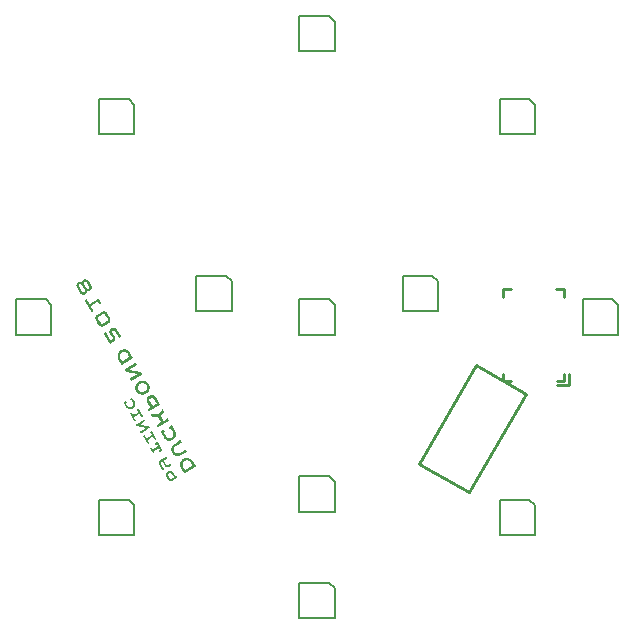
<source format=gbo>
%FSTAX23Y23*%
%MOMM*%
%SFA1B1*%

%IPPOS*%
%ADD54C,0.150000*%
%ADD57C,0.253999*%
%LNledpendantpcb-1*%
%LPD*%
G36*
X-11571Y-10463D02*
X-11562Y-10467D01*
X-11557Y-10473*
X-1155Y-10479*
X-11547Y-10483*
X-11546Y-10484*
Y-10485*
X-11479Y-10601*
X-11478Y-1061*
X-11479Y-10618*
Y-10625*
X-1148Y-10631*
X-11483Y-10642*
X-11486Y-10651*
X-1149Y-10656*
X-11493Y-1066*
X-11495Y-10662*
X-11496Y-10663*
X-11946Y-10923*
X-1197Y-10937*
X-11992Y-10954*
X-12011Y-10971*
X-1203Y-10989*
X-12046Y-11007*
X-1206Y-11025*
X-12074Y-11042*
X-12084Y-11059*
X-12094Y-11075*
X-12102Y-11091*
X-12109Y-11104*
X-12114Y-11116*
X-12118Y-11126*
X-12122Y-11133*
X-12123Y-11138*
Y-11139*
X-12131Y-11165*
X-12135Y-11191*
X-12137Y-11215*
X-12138Y-11239*
X-12137Y-11261*
X-12135Y-11282*
X-12131Y-11303*
X-12127Y-11322*
X-12122Y-11339*
X-12117Y-11355*
X-12112Y-11368*
X-12108Y-11379*
X-12103Y-11388*
X-121Y-11395*
X-12098Y-11399*
X-12097Y-11401*
X-12084Y-11423*
X-12068Y-11442*
X-12052Y-11459*
X-12035Y-11475*
X-12017Y-11489*
X-12Y-11501*
X-11982Y-11512*
X-11964Y-11522*
X-11949Y-1153*
X-11934Y-11536*
X-1192Y-11542*
X-11908Y-11546*
X-11899Y-11549*
X-11891Y-11551*
X-11886Y-11552*
X-11885*
X-11858Y-11557*
X-11832Y-11559*
X-11806*
X-11781Y-11558*
X-11757Y-11557*
X-11735Y-11551*
X-11713Y-11546*
X-11693Y-11541*
X-11675Y-11535*
X-11658Y-11528*
X-11644Y-11523*
X-11633Y-11518*
X-11622Y-11513*
X-11615Y-1151*
X-11611Y-11507*
X-11609Y-11506*
X-11159Y-11247*
X-11152Y-11243*
X-11145Y-1124*
X-11138*
X-11132*
X-11121Y-11242*
X-11112Y-11246*
X-11106Y-11252*
X-11101Y-11258*
X-11097Y-11262*
X-11096Y-11263*
Y-11264*
X-11029Y-1138*
X-11026Y-11387*
X-11023Y-11393*
X-11022Y-114*
Y-11406*
X-11025Y-11417*
X-11029Y-11426*
X-11035Y-11432*
X-1104Y-11438*
X-11045Y-11441*
X-11046Y-11442*
X-11496Y-11702*
X-11516Y-11712*
X-11536Y-11722*
X-11575Y-11739*
X-11614Y-11753*
X-11653Y-11763*
X-11691Y-1177*
X-11727Y-11775*
X-11762Y-11778*
X-11795Y-11779*
X-11825Y-11778*
X-11852Y-11777*
X-11876Y-11775*
X-11896Y-11773*
X-11913Y-1177*
X-1192Y-11769*
X-11926Y-11768*
X-1193Y-11766*
X-11933*
X-11935Y-11765*
X-11936*
X-11957Y-1176*
X-11978Y-11754*
X-11997Y-11746*
X-12017Y-11738*
X-12054Y-1172*
X-12087Y-11701*
X-12118Y-11681*
X-12147Y-11659*
X-12172Y-11637*
X-12195Y-11615*
X-12215Y-11594*
X-12233Y-11574*
X-12248Y-11557*
X-1226Y-1154*
X-12265Y-11533*
X-1227Y-11526*
X-12274Y-11521*
X-12277Y-11516*
X-12279Y-11512*
X-12281Y-1151*
X-12282Y-11508*
X-12292Y-11489*
X-12302Y-1147*
X-12319Y-11431*
X-1233Y-11393*
X-12339Y-11355*
X-12346Y-11318*
X-12349Y-11282*
X-12352Y-11249*
X-12351Y-11216*
X-1235Y-11187*
X-12348Y-1116*
X-12345Y-11136*
X-12342Y-11116*
X-12339Y-11099*
X-12336Y-11087*
X-12335Y-11083*
X-12334Y-11079*
X-12333Y-11077*
X-12326Y-11056*
X-12319Y-11035*
X-12303Y-10996*
X-12284Y-1096*
X-12263Y-10925*
X-12241Y-10894*
X-12218Y-10866*
X-12195Y-1084*
X-12172Y-10816*
X-1215Y-10796*
X-12128Y-10777*
X-1211Y-10762*
X-121Y-10756*
X-12093Y-1075*
X-12085Y-10745*
X-12079Y-1074*
X-12073Y-10737*
X-12069Y-10733*
X-12065Y-10731*
X-12061Y-10729*
X-1206Y-10728*
X-12059Y-10727*
X-11609Y-10468*
X-11601Y-10464*
X-11594Y-10461*
X-11588*
X-11582*
X-11571Y-10463*
G37*
G36*
X-10998Y-11938D02*
X-10971Y-1194D01*
X-10948Y-11942*
X-10928Y-11945*
X-10911Y-11948*
X-109Y-1195*
X-10895Y-11952*
X-10892*
X-1089*
X-10889*
X-10869Y-11959*
X-10848Y-11965*
X-1081Y-11981*
X-10774Y-11999*
X-1074Y-12018*
X-1071Y-1204*
X-10682Y-12061*
X-10657Y-12084*
X-10633Y-12106*
X-10613Y-12127*
X-10596Y-12147*
X-10581Y-12165*
X-10569Y-12182*
X-10564Y-12188*
X-10559Y-12195*
X-10556Y-12201*
X-10552Y-12205*
X-1055Y-12209*
X-10549Y-12212*
X-10548Y-12213*
X-10547Y-12214*
X-10297Y-12647*
X-10294Y-12655*
X-10291Y-12661*
Y-12668*
Y-12673*
X-10293Y-12684*
X-10297Y-12693*
X-10303Y-127*
X-10309Y-12705*
X-10313Y-12709*
X-10314*
X-10315Y-1271*
X-1121Y-13226*
X-11217Y-1323*
X-11223Y-13232*
X-1123Y-13233*
X-11236*
X-11247Y-13231*
X-11256Y-13226*
X-11262Y-1322*
X-11267Y-13216*
X-11271Y-13211*
X-11272Y-1321*
X-11522Y-12777*
X-11532Y-12757*
X-11542Y-12738*
X-11557Y-127*
X-11571Y-12662*
X-1158Y-12624*
X-11587Y-12588*
X-11591Y-12553*
X-11594Y-12519*
Y-12487*
X-11593Y-12458*
X-11591Y-12431*
X-11588Y-12408*
X-11586Y-12389*
X-11582Y-12372*
X-11581Y-1236*
X-11579Y-12356*
Y-12353*
X-11578Y-1235*
X-11572Y-12329*
X-11565Y-12309*
X-11549Y-1227*
X-11532Y-12235*
X-11512Y-12202*
X-11491Y-12172*
X-11469Y-12143*
X-11447Y-12118*
X-11425Y-12095*
X-11404Y-12075*
X-11384Y-12058*
X-11366Y-12043*
X-11349Y-12031*
X-11342Y-12026*
X-11336Y-12021*
X-1133Y-12018*
X-11326Y-12014*
X-11322Y-12012*
X-11319Y-12011*
X-11318Y-1201*
X-11317Y-12009*
X-11298Y-11999*
X-11279Y-1199*
X-1124Y-11973*
X-11203Y-1196*
X-11165Y-11951*
X-11128Y-11944*
X-11093Y-1194*
X-11059Y-11938*
X-11027*
X-10998Y-11938*
G37*
G36*
X-15675Y-06827D02*
X-15668Y-0683D01*
X-15664Y-06834*
X-1566Y-06838*
X-15657Y-06842*
X-15656Y-06843*
X-15462Y-07179*
X-15454Y-07193*
X-15447Y-07207*
X-15436Y-07236*
X-15426Y-07265*
X-15419Y-07293*
X-15413Y-0732*
X-15411Y-07347*
X-15409Y-07372*
X-15408Y-07396*
X-15409Y-07418*
X-15411Y-07437*
X-15413Y-07455*
X-15415Y-0747*
X-15417Y-07482*
X-15419Y-07491*
X-1542Y-07494*
Y-07497*
X-15421Y-07498*
Y-07499*
X-15425Y-07514*
X-1543Y-07529*
X-15442Y-07559*
X-15456Y-07585*
X-15471Y-0761*
X-15487Y-07633*
X-15503Y-07654*
X-1552Y-07673*
X-15537Y-07691*
X-15552Y-07705*
X-15568Y-07719*
X-15581Y-0773*
X-15587Y-07734*
X-15594Y-07739*
X-15599Y-07742*
X-15604Y-07747*
X-15608Y-07749*
X-15611Y-07751*
X-15614Y-07753*
X-15616Y-07754*
X-15617Y-07755*
X-15618*
X-15632Y-07763*
X-15646Y-0777*
X-15675Y-07782*
X-15703Y-07792*
X-15731Y-07798*
X-15759Y-07804*
X-15785Y-07807*
X-1581Y-07809*
X-15834*
X-15856Y-07808*
X-15876Y-07806*
X-15894Y-07805*
X-15908Y-07803*
X-15921Y-078*
X-1593Y-07799*
X-15933Y-07798*
X-15935Y-07797*
X-15937*
X-15953Y-07792*
X-15968Y-07787*
X-15997Y-07775*
X-16023Y-07762*
X-16048Y-07747*
X-16071Y-07732*
X-16092Y-07715*
X-16111Y-07699*
X-16129Y-07682*
X-16143Y-07666*
X-16157Y-07651*
X-16168Y-07638*
X-16176Y-07625*
X-1618Y-0762*
X-16184Y-07615*
X-16186Y-07611*
X-16189Y-07608*
X-16191Y-07605*
X-16192Y-07603*
X-16193Y-07602*
Y-07601*
X-16387Y-07265*
X-1639Y-07259*
X-16392Y-07254*
Y-07249*
Y-07245*
X-16391Y-07236*
X-16387Y-0723*
X-16383Y-07225*
X-16379Y-07221*
X-16376Y-07218*
X-16375*
X-16224Y-0713*
X-16218Y-07128*
X-16213Y-07126*
X-16204Y-07125*
X-16196Y-07128*
X-1619Y-07131*
X-16184Y-07135*
X-16181Y-07139*
X-16178Y-07143*
X-16177Y-07144*
X-16133Y-07221*
X-1613Y-07227*
X-16129Y-07232*
X-16127Y-07236*
Y-0724*
X-16129Y-07249*
X-16132Y-07255*
X-16137Y-0726*
X-1614Y-07264*
X-16143Y-07267*
X-16144*
X-16145*
X-16165Y-07279*
X-1617Y-07283*
X-16174Y-07286*
X-16177Y-07289*
X-16179Y-07293*
X-16182Y-07301*
Y-07308*
X-16181Y-07315*
X-1618Y-0732*
X-16178Y-07324*
Y-07325*
X-16062Y-07525*
X-16052Y-07542*
X-1604Y-07556*
X-16028Y-0757*
X-16015Y-07582*
X-16002Y-07593*
X-15989Y-07602*
X-15976Y-0761*
X-15963Y-07617*
X-15952Y-07624*
X-15941Y-07628*
X-1593Y-07633*
X-15922Y-07636*
X-15914Y-07638*
X-15909Y-0764*
X-15906Y-07641*
X-15905*
X-15885Y-07645*
X-15865Y-07647*
X-15846Y-07648*
X-15828Y-07647*
X-15811Y-07645*
X-15794Y-07642*
X-15778Y-07639*
X-15763Y-07635*
X-1575Y-0763*
X-15738Y-07626*
X-15727Y-07622*
X-15719Y-07618*
X-15712Y-07615*
X-15706Y-07612*
X-15703Y-0761*
X-15702*
X-15684Y-07599*
X-15669Y-07587*
X-15654Y-07574*
X-1564Y-07561*
X-15629Y-07548*
X-15618Y-07534*
X-15609Y-07521*
X-15601Y-07508*
X-15594Y-07496*
X-15588Y-07486*
X-15583Y-07476*
X-15579Y-07467*
X-15577Y-0746*
X-15574Y-07455*
X-15573Y-07451*
Y-0745*
X-15568Y-0743*
X-15565Y-07411*
X-15563Y-07393*
Y-07376*
X-15564Y-07359*
X-15566Y-07343*
X-15568Y-07328*
X-15572Y-07314*
X-15576Y-07301*
X-15579Y-07289*
X-15583Y-07279*
X-15587Y-07271*
X-1559Y-07265*
X-15592Y-0726*
X-15593Y-07257*
X-15594Y-07255*
X-1571Y-07055*
X-15713Y-0705*
X-15717Y-07046*
X-15724Y-0704*
X-15731Y-07038*
X-15739*
X-15746Y-07039*
X-1575Y-0704*
X-15754Y-07042*
X-15755*
Y-07043*
X-15775Y-07054*
X-15781Y-07057*
X-15786Y-07058*
X-15791Y-07059*
X-15795*
X-15803Y-07057*
X-1581Y-07054*
X-15815Y-0705*
X-15818Y-07046*
X-15821Y-07043*
Y-07042*
X-15822*
X-15866Y-06964*
X-15869Y-06958*
X-15871Y-06953*
Y-06949*
X-15872Y-06944*
X-1587Y-06936*
X-15867Y-06929*
X-15862Y-06924*
X-15859Y-06921*
X-15855Y-06918*
X-15854Y-06917*
X-15704Y-0683*
X-15698Y-06828*
X-15693Y-06825*
X-15688*
X-15683*
X-15675Y-06827*
G37*
G36*
X-13952Y-06614D02*
X-13937Y-06615D01*
X-13923Y-06617*
X-13911Y-06619*
X-13901Y-06621*
X-13894Y-06622*
X-13889Y-06623*
X-13888Y-06624*
X-13864Y-06631*
X-13841Y-06641*
X-1382Y-06652*
X-138Y-06664*
X-13781Y-06676*
X-13765Y-06689*
X-13749Y-06703*
X-13735Y-06716*
X-13723Y-06729*
X-13713Y-06742*
X-13704Y-06752*
X-13697Y-06762*
X-13691Y-06771*
X-13687Y-06776*
X-13684Y-0678*
X-13683Y-06782*
X-13309Y-0743*
X-13306Y-07438*
X-13304Y-07444*
X-13303Y-07451*
Y-07456*
X-13305Y-07467*
X-1331Y-07476*
X-13315Y-07482*
X-13321Y-07488*
X-13325Y-07491*
X-13326Y-07493*
X-13327*
X-14222Y-08009*
X-1423Y-08012*
X-14236Y-08015*
X-14243Y-08016*
X-14248*
X-14259Y-08013*
X-14268Y-08009*
X-14275Y-08003*
X-14279Y-07998*
X-14283Y-07994*
Y-07993*
X-14284Y-07992*
X-14351Y-07876*
X-14354Y-07869*
X-14357Y-07862*
X-14358Y-07856*
Y-07849*
X-14356Y-07839*
X-14351Y-0783*
X-14345Y-07823*
X-14341Y-07818*
X-14336Y-07815*
Y-07814*
X-14335*
X-14136Y-07699*
X-14129Y-07694*
X-14124Y-0769*
X-1412Y-07685*
X-14116Y-0768*
X-14113Y-07669*
X-14112Y-07659*
X-14113Y-07652*
X-14115Y-07644*
X-14117Y-0764*
X-14118Y-07638*
X-1438Y-07184*
X-14392Y-07161*
X-14401Y-07138*
X-14409Y-07115*
X-14416Y-07093*
X-1442Y-07071*
X-14422Y-0705*
X-14425Y-0703*
Y-07011*
X-14424Y-06993*
X-14423Y-06978*
X-14422Y-06963*
X-14421Y-06951*
X-14419Y-06942*
X-14417Y-06935*
Y-0693*
X-14416Y-06929*
X-14409Y-06904*
X-144Y-06882*
X-1439Y-0686*
X-14378Y-0684*
X-14366Y-06823*
X-14353Y-06806*
X-14339Y-0679*
X-14327Y-06777*
X-14314Y-06765*
X-14302Y-06755*
X-14292Y-06746*
X-14282Y-06739*
X-14274Y-06733*
X-14269Y-06729*
X-14265Y-06727*
X-14263Y-06726*
X-14141Y-06655*
X-14119Y-06644*
X-14097Y-06635*
X-14074Y-06627*
X-14051Y-06622*
X-14029Y-06618*
X-14009Y-06616*
X-13989Y-06614*
X-1397Y-06613*
X-13952Y-06614*
G37*
G36*
X-13087Y-07837D02*
X-13078Y-07841D01*
X-13072Y-07847*
X-13067Y-07851*
X-13063Y-07856*
Y-07857*
X-12988Y-07986*
X-12984Y-07996*
X-12982Y-08005*
Y-08014*
X-12984Y-08021*
X-12986Y-08028*
X-12988Y-08032*
X-12991Y-08036*
Y-08037*
X-13262Y-08391*
X-13266Y-08399*
X-13268Y-08406*
X-13269Y-08413*
X-13268Y-0842*
X-13267Y-08426*
X-13266Y-0843*
X-13264Y-08434*
X-13263*
X-13068Y-08773*
X-13063Y-08779*
X-13059Y-08784*
X-1305Y-08792*
X-13039Y-08794*
X-13029Y-08795*
X-13022Y-08794*
X-13014Y-08791*
X-1301Y-0879*
X-13008Y-08789*
X-12686Y-08603*
X-12678Y-08599*
X-12671Y-08597*
X-12665Y-08596*
X-12659*
X-12648Y-08598*
X-12639Y-08602*
X-12632Y-08608*
X-12627Y-08614*
X-12623Y-08618*
Y-08619*
X-12622Y-0862*
X-12555Y-08736*
X-12552Y-08743*
X-1255Y-0875*
X-12549Y-08757*
Y-08763*
X-12551Y-08773*
X-12556Y-08782*
X-12561Y-08788*
X-12567Y-08794*
X-12571Y-08797*
X-12573Y-08798*
X-12573*
X-13468Y-09315*
X-13476Y-09318*
X-13482Y-09321*
X-13489Y-09322*
X-13494*
X-13505Y-09319*
X-13514Y-09315*
X-13521Y-09309*
X-13525Y-09304*
X-13529Y-093*
Y-09299*
X-1353Y-09298*
X-13597Y-09182*
X-136Y-09175*
X-13603Y-09168*
X-13604Y-09162*
Y-09155*
X-13602Y-09144*
X-13597Y-09135*
X-13591Y-09129*
X-13587Y-09124*
X-13582Y-09121*
Y-0912*
X-13581*
X-13261Y-08935*
X-13254Y-0893*
X-13248Y-08925*
X-13244Y-08921*
X-13241Y-08916*
X-13237Y-08905*
X-13236Y-08895*
X-13238Y-08887*
X-1324Y-0888*
X-13241Y-08876*
X-13242Y-08874*
X-13453Y-08509*
X-13459Y-085*
X-13465Y-08495*
X-13471Y-08492*
X-13477Y-08489*
X-13482Y-08487*
X-13487*
X-1349*
X-13491*
X-13974Y-08484*
X-13984Y-08483*
X-13992Y-0848*
X-13998Y-08477*
X-14003Y-08473*
X-14008Y-08469*
X-14011Y-08466*
X-14013Y-08462*
X-141Y-08311*
X-14103Y-08303*
X-14106Y-08297*
X-14107Y-0829*
Y-08284*
X-14105Y-08273*
X-141Y-08264*
X-14094Y-08258*
X-1409Y-08253*
X-14085Y-08249*
X-14084Y-08248*
X-14078Y-08246*
X-14073Y-08244*
X-14063Y-08243*
X-14059Y-08244*
X-14055*
X-14054*
X-14053Y-08245*
X-13459Y-08255*
X-13451*
X-13444Y-08251*
X-13438Y-08249*
X-13434Y-08247*
X-1343Y-08244*
X-13427Y-08241*
X-13426Y-08239*
X-13425*
X-1314Y-07856*
X-13134Y-0785*
X-13129Y-07846*
X-13126Y-07843*
X-13125Y-07842*
X-13117Y-07839*
X-1311Y-07836*
X-13105Y-07835*
X-13098Y-07834*
X-13087Y-07837*
G37*
G36*
X-12313Y-09179D02*
X-12304Y-09183D01*
X-12297Y-09189*
X-12292Y-09194*
X-12288Y-09199*
X-12287Y-092*
X-12028Y-09649*
X-12018Y-09667*
X-12009Y-09686*
X-11993Y-09724*
X-1198Y-09762*
X-11971Y-098*
X-11964Y-09836*
X-1196Y-09872*
X-11958Y-09906*
X-11957Y-09937*
X-11958Y-09967*
X-1196Y-09992*
X-11962Y-10016*
X-11966Y-10036*
X-11968Y-10053*
X-11971Y-10065*
X-11973Y-10069*
Y-10072*
Y-10074*
Y-10075*
X-1198Y-10095*
X-11986Y-10115*
X-12002Y-10154*
X-1202Y-10189*
X-1204Y-10223*
X-12061Y-10254*
X-12083Y-10282*
X-12106Y-10307*
X-12128Y-10331*
X-12149Y-1035*
X-12169Y-10368*
X-12187Y-10383*
X-12196Y-10389*
X-12204Y-10395*
X-12211Y-104*
X-12218Y-10405*
X-12223Y-10408*
X-12227Y-10412*
X-12231Y-10414*
X-12234Y-10415*
X-12235Y-10416*
X-12236Y-10417*
X-12255Y-10426*
X-12274Y-10436*
X-12312Y-10452*
X-1235Y-10465*
X-12388Y-10474*
X-12424Y-10481*
X-12459Y-10485*
X-12493Y-10488*
X-12525*
X-12554Y-10487*
X-1258Y-10485*
X-12604Y-10483*
X-12623Y-1048*
X-1264Y-10477*
X-12652Y-10475*
X-12656Y-10473*
X-1266*
X-12661Y-10472*
X-12662*
X-12683Y-10466*
X-12703Y-10459*
X-12742Y-10444*
X-12777Y-10425*
X-1281Y-10406*
X-1284Y-10385*
X-12869Y-10363*
X-12894Y-10341*
X-12917Y-1032*
X-12937Y-10298*
X-12955Y-10278*
X-12969Y-1026*
X-12981Y-10243*
X-12986Y-10237*
X-12991Y-1023*
X-12994Y-10224*
X-12998Y-1022*
X-13Y-10216*
X-13001Y-10214*
X-13002Y-10212*
X-13003Y-10211*
X-13262Y-09763*
X-13265Y-09755*
X-13268Y-09748*
Y-09742*
X-13269Y-09736*
X-13267Y-09725*
X-13262Y-09716*
X-13256Y-09709*
X-13252Y-09705*
X-13247Y-09701*
X-13246*
Y-097*
X-13044Y-09584*
X-13037Y-09581*
X-1303Y-09578*
X-13018Y-09577*
X-13008Y-0958*
X-12999Y-09584*
X-12991Y-0959*
X-12987Y-09596*
X-12983Y-096*
Y-09601*
X-12982*
X-12923Y-09705*
X-12919Y-09712*
X-12917Y-09718*
X-12915Y-09725*
Y-0973*
X-12918Y-09741*
X-12922Y-0975*
X-12928Y-09757*
X-12933Y-09762*
X-12937Y-09765*
X-12938Y-09766*
X-12966Y-09782*
X-12972Y-09787*
X-12978Y-09791*
X-12982Y-09796*
X-12985Y-098*
X-12988Y-09811*
X-12989Y-09821*
X-12987Y-0983*
X-12986Y-09836*
X-12984Y-09841*
X-12983Y-09842*
Y-09843*
X-12828Y-1011*
X-12815Y-10132*
X-12799Y-10151*
X-12783Y-1017*
X-12766Y-10185*
X-12749Y-102*
X-12731Y-10212*
X-12714Y-10224*
X-12697Y-10233*
X-12681Y-10241*
X-12667Y-10248*
X-12653Y-10254*
X-12642Y-10258*
X-12632Y-10261*
X-12625Y-10263*
X-1262Y-10264*
X-12619Y-10265*
X-12592Y-1027*
X-12566Y-10272*
X-12541Y-10273*
X-12517Y-10272*
X-12493Y-10269*
X-12471Y-10266*
X-1245Y-10261*
X-1243Y-10256*
X-12412Y-1025*
X-12397Y-10244*
X-12382Y-10239*
X-12371Y-10234*
X-12361Y-10229*
X-12354Y-10226*
X-1235Y-10224*
X-12348Y-10223*
X-12325Y-10208*
X-12304Y-10192*
X-12284Y-10175*
X-12266Y-10157*
X-12251Y-1014*
X-12237Y-10122*
X-12224Y-10104*
X-12214Y-10088*
X-12205Y-10072*
X-12197Y-10058*
X-1219Y-10044*
X-12185Y-10033*
X-12182Y-10023*
X-12178Y-10016*
X-12177Y-10011*
Y-1001*
X-1217Y-09983*
X-12166Y-09958*
X-12164Y-09934*
X-12163Y-09911*
X-12164Y-09888*
X-12167Y-09867*
X-1217Y-09847*
X-12175Y-09828*
X-1218Y-09811*
X-12185Y-09795*
X-12189Y-09782*
X-12195Y-09771*
X-12198Y-09763*
X-12201Y-09756*
X-12204Y-09752*
X-12205Y-0975*
X-12359Y-09483*
X-12364Y-09477*
X-12368Y-09471*
X-12378Y-09464*
X-12388Y-09461*
X-12398Y-0946*
X-12407Y-09461*
X-12413Y-09464*
X-12418Y-09466*
X-12419*
X-1242Y-09467*
X-12446Y-09482*
X-12454Y-09485*
X-1246Y-09488*
X-12467*
X-12472*
X-12483Y-09486*
X-12492Y-09482*
X-12499Y-09476*
X-12503Y-09471*
X-12507Y-09467*
Y-09466*
X-12508Y-09465*
X-12568Y-09362*
X-12571Y-09354*
X-12574Y-09347*
Y-09341*
X-12575Y-09335*
X-12573Y-09324*
X-12568Y-09315*
X-12562Y-09309*
X-12557Y-09304*
X-12553Y-093*
X-12552*
X-12551Y-09299*
X-1235Y-09183*
X-12343Y-0918*
X-12336Y-09177*
X-1233*
X-12324Y-09176*
X-12313Y-09179*
G37*
G36*
X-13518Y-10562D02*
X-13512Y-10566D01*
X-13507Y-1057*
X-13503Y-10574*
X-135Y-10577*
Y-10578*
X-13499Y-10579*
X-13112Y-1125*
X-13109Y-11256*
X-13107Y-1126*
Y-11266*
Y-1127*
X-13108Y-11278*
X-13112Y-11285*
X-13116Y-11289*
X-1312Y-11293*
X-13124Y-11296*
X-13125Y-11297*
X-13312Y-11405*
X-13318Y-11407*
X-13322Y-11409*
X-13328Y-1141*
X-13332*
X-1334Y-11408*
X-13347Y-11405*
X-13351Y-11401*
X-13355Y-11397*
X-13358Y-11394*
Y-11393*
X-13403Y-11315*
X-13405Y-1131*
X-13408Y-11305*
Y-11295*
X-13406Y-11288*
X-13403Y-11281*
X-13399Y-11276*
X-13395Y-11273*
X-13392Y-1127*
X-13391*
X-1339Y-11269*
X-13335Y-11237*
X-1333Y-11233*
X-13325Y-1123*
X-1332Y-11222*
X-13318Y-11215*
X-13317Y-11207*
X-13318Y-112*
X-1332Y-11196*
X-13321Y-11192*
X-13322Y-11191*
X-13379Y-11093*
X-13382Y-11088*
X-13385Y-11084*
X-13393Y-11078*
X-134Y-11076*
X-13408*
X-13414Y-11077*
X-13419Y-11078*
X-13423Y-1108*
X-13424*
Y-11081*
X-13834Y-11317*
X-13839Y-11321*
X-13843Y-11324*
X-13846Y-11327*
X-13848Y-11331*
X-13851Y-11339*
Y-11346*
X-1385Y-11353*
X-13849Y-11358*
X-13847Y-11362*
X-13846Y-11363*
X-13795Y-11451*
X-13793Y-11456*
X-13791Y-11461*
X-1379Y-1147*
X-13792Y-11477*
X-13796Y-11484*
X-138Y-11489*
X-13804Y-11493*
X-13807Y-11495*
Y-11496*
X-13808*
X-13881Y-11538*
X-13886Y-1154*
X-13891Y-11542*
X-13896Y-11543*
X-139*
X-13908Y-11542*
X-13915Y-11538*
X-13919Y-11535*
X-13923Y-11531*
X-13926Y-11528*
Y-11527*
X-14146Y-11147*
X-14148Y-11141*
X-1415Y-11136*
X-14151Y-11127*
X-14149Y-11119*
X-14145Y-11113*
X-14141Y-11107*
X-14138Y-11104*
X-14134Y-11101*
X-14133*
X-1406Y-11059*
X-14055Y-11057*
X-1405Y-11054*
X-14041Y-11053*
X-14034Y-11055*
X-14027Y-11059*
X-14021Y-11063*
X-14018Y-11066*
X-14016Y-1107*
X-14015*
Y-11071*
X-13964Y-11159*
X-13961Y-11164*
X-13958Y-11168*
X-1395Y-11173*
X-13942Y-11176*
X-13935*
X-13928Y-11174*
X-13923Y-11173*
X-13919Y-11171*
X-13918Y-1117*
X-13509Y-10934*
X-13504Y-10931*
X-135Y-10927*
X-13494Y-1092*
X-13492Y-10913*
Y-10905*
Y-10899*
X-13494Y-10894*
X-13496Y-1089*
Y-10889*
X-13553Y-10791*
X-13556Y-10786*
X-1356Y-10782*
X-13567Y-10776*
X-13575Y-10774*
X-13582*
X-13589*
X-13593Y-10776*
X-13597Y-10778*
X-13598*
X-13599*
X-13655Y-10811*
X-13661Y-10814*
X-13665Y-10815*
X-13671Y-10816*
X-13675*
X-13683Y-10814*
X-13689Y-10811*
X-13694Y-10807*
X-13698Y-10803*
X-13701Y-108*
Y-10799*
X-13746Y-10721*
X-13749Y-10715*
X-13751Y-1071*
Y-10706*
Y-10701*
X-1375Y-10693*
X-13746Y-10686*
X-13742Y-10681*
X-13738Y-10678*
X-13735Y-10675*
Y-10674*
X-13734*
X-13547Y-10566*
X-13541Y-10563*
X-13536Y-10561*
X-13531*
X-13526*
X-13518Y-10562*
G37*
G36*
X-12764Y-11869D02*
X-12757Y-11872D01*
X-12752Y-11876*
X-12749Y-1188*
X-12746Y-11884*
X-12745Y-11885*
X-12695Y-11972*
X-12692Y-11978*
X-12691Y-11982*
X-12689Y-11987*
Y-11991*
X-12691Y-11999*
X-12694Y-12006*
X-127Y-12011*
X-12702Y-12015*
X-12706Y-12017*
Y-12018*
X-12707*
X-12952Y-1216*
X-12957Y-12163*
X-12961Y-12166*
X-12965Y-12174*
X-12967Y-12181*
Y-12188*
X-12966Y-12195*
X-12964Y-122*
X-12963Y-12204*
X-12962Y-12205*
X-12769Y-1254*
X-12761Y-1255*
X-12753Y-12559*
X-12744Y-12565*
X-12734Y-1257*
X-12727Y-12574*
X-1272Y-12576*
X-12716Y-12577*
X-12714Y-12578*
X-127Y-1258*
X-12687Y-12578*
X-12675Y-12576*
X-12664Y-12574*
X-12655Y-1257*
X-12648Y-12567*
X-12646Y-12566*
X-12644Y-12565*
X-12643*
X-12642Y-12564*
X-12454Y-12456*
X-12449Y-12454*
X-12444Y-12451*
X-12435Y-1245*
X-12427Y-12452*
X-1242Y-12456*
X-12415Y-1246*
X-12412Y-12463*
X-12409Y-12467*
Y-12468*
X-12358Y-12556*
X-12355Y-12561*
X-12354Y-12566*
X-12352Y-12575*
X-12354Y-12582*
X-12358Y-12589*
X-12362Y-12594*
X-12366Y-12598*
X-12369Y-126*
Y-12601*
X-1237*
X-1256Y-12711*
X-12576Y-12719*
X-12593Y-12726*
X-1261Y-12732*
X-12626Y-12735*
X-12643Y-12739*
X-12658Y-1274*
X-12674Y-12741*
X-12687*
X-127Y-1274*
X-12712*
X-12722Y-12739*
X-12731Y-12737*
X-12738Y-12736*
X-12744Y-12735*
X-12747Y-12734*
X-12748*
X-12766Y-12727*
X-12783Y-1272*
X-12799Y-12713*
X-12814Y-12703*
X-12827Y-12694*
X-1284Y-12684*
X-12851Y-12674*
X-12862Y-12664*
X-1287Y-12654*
X-12878Y-12645*
X-12885Y-12637*
X-1289Y-1263*
X-12894Y-12624*
X-12897Y-1262*
X-12899Y-12617*
X-129Y-12615*
X-13093Y-12281*
X-13096Y-12276*
X-131Y-12271*
X-13103Y-12269*
X-13107Y-12266*
X-13115Y-12263*
X-13121Y-12262*
X-13127Y-12263*
X-13132Y-12264*
X-13135Y-12265*
X-13136*
Y-12266*
X-13193Y-12299*
X-13205Y-12307*
X-13215Y-12315*
X-13223Y-12325*
X-13229Y-12333*
X-13234Y-12342*
X-13238Y-12348*
X-13239Y-12352*
X-1324Y-12354*
X-13243Y-12367*
X-13245Y-12379*
X-13244Y-1239*
X-13242Y-124*
X-13239Y-12409*
X-13237Y-12414*
X-13236Y-12417*
X-13235Y-12419*
Y-1242*
X-13234*
X-12965Y-12886*
X-12963Y-12891*
X-12961Y-12897*
X-1296Y-12905*
X-12962Y-12913*
X-12965Y-1292*
X-1297Y-12925*
X-12973Y-12928*
X-12976Y-12931*
X-12977*
Y-12932*
X-13053Y-12975*
X-13058Y-12977*
X-13062Y-12979*
X-13072Y-1298*
X-13079Y-12978*
X-13086Y-12975*
X-1309Y-1297*
X-13094Y-12966*
X-13097Y-12964*
Y-12963*
X-13366Y-12497*
X-13376Y-12479*
X-13382Y-12462*
X-13388Y-12446*
X-13393Y-12428*
X-13396Y-12412*
X-13398Y-12396*
X-13399Y-12381*
Y-12366*
Y-12354*
X-13398Y-12342*
X-13397Y-12331*
X-13396Y-12322*
X-13395Y-12315*
X-13394Y-1231*
X-13393Y-12306*
Y-12305*
X-13387Y-12287*
X-13381Y-12269*
X-13372Y-12253*
X-13364Y-12239*
X-13355Y-12225*
X-13345Y-12212*
X-13335Y-12201*
X-13326Y-1219*
X-13316Y-12182*
X-13307Y-12174*
X-133Y-12167*
X-13292Y-12162*
X-13286Y-12158*
X-13282Y-12155*
X-13279Y-12153*
X-13278Y-12152*
X-12791Y-11871*
X-12786Y-11869*
X-12781Y-11867*
X-12772*
X-12764Y-11869*
G37*
G36*
X-12426Y-13037D02*
X-12414Y-13039D01*
X-12403*
X-12394Y-13041*
X-12387Y-13042*
X-12381Y-13043*
X-12378Y-13044*
X-12377*
X-12358Y-1305*
X-12341Y-13057*
X-12325Y-13065*
X-1231Y-13074*
X-12296Y-13083*
X-12283Y-13093*
X-12272Y-13103*
X-12261Y-13112*
X-12252Y-13122*
X-12245Y-13132*
X-12238Y-1314*
X-12233Y-13147*
X-12229Y-13153*
X-12225Y-13157*
X-12223Y-1316*
Y-13161*
X-12027Y-13501*
X-12024Y-13504*
X-12021Y-13508*
X-12014Y-13512*
X-12007Y-13513*
X-11999*
X-11993Y-13511*
X-11988Y-13509*
X-11984Y-13508*
X-11983Y-13507*
X-11982*
X-11889Y-13453*
X-11884Y-13451*
X-11879Y-13449*
X-11869Y-13448*
X-11865*
X-11862*
X-1186*
X-11859Y-13449*
X-11853Y-1345*
X-11848Y-13452*
X-11843Y-13454*
X-1184Y-13456*
X-11838Y-13458*
X-11836Y-1346*
X-11835Y-13462*
Y-13462*
X-11786Y-13546*
X-11784Y-13551*
X-11783Y-13556*
Y-13565*
X-11784Y-13569*
X-11785Y-13572*
Y-13574*
Y-13575*
X-11788Y-1358*
X-11791Y-13585*
X-11794Y-13589*
X-11798Y-13593*
X-118Y-13595*
X-11802Y-13597*
X-11804Y-13598*
X-11805*
X-12282Y-13874*
X-12299Y-13883*
X-12316Y-1389*
X-12333Y-13895*
X-1235Y-13899*
X-12366Y-13902*
X-12382Y-13904*
X-12397Y-13906*
X-1241Y-13905*
X-12424*
X-12436*
X-12446Y-13904*
X-12455Y-13902*
X-12462Y-13901*
X-12467Y-139*
X-12471Y-13899*
X-12472*
X-1249Y-13893*
X-12508Y-13886*
X-12523Y-13878*
X-12538Y-13869*
X-12552Y-13859*
X-12565Y-13849*
X-12576Y-13839*
X-12586Y-1383*
X-12595Y-1382*
X-12603Y-13811*
X-1261Y-13803*
X-12615Y-13795*
X-12619Y-1379*
X-12622Y-13785*
X-12624Y-13782*
X-12625Y-13781*
X-12793Y-1349*
X-12802Y-13473*
X-12808Y-13456*
X-12814Y-13439*
X-12819Y-13422*
X-12822Y-13405*
X-12824Y-1339*
X-12825Y-13375*
Y-13361*
Y-13348*
X-12824Y-13336*
X-12823Y-13325*
X-12822Y-13317*
X-1282Y-13309*
X-12819Y-13304*
X-12818Y-133*
Y-13299*
X-12813Y-13281*
X-12806Y-13264*
X-12798Y-13247*
X-12789Y-13233*
X-12779Y-13219*
X-1277Y-13208*
X-1276Y-13195*
X-1275Y-13185*
X-1274Y-13176*
X-12732Y-13169*
X-12724Y-13162*
X-12716Y-13156*
X-1271Y-13152*
X-12706Y-13149*
X-12703Y-13147*
X-12702*
X-12568Y-13069*
X-12551Y-1306*
X-12533Y-13053*
X-12517Y-13048*
X-125Y-13043*
X-12484Y-13041*
X-12468Y-13038*
X-12453Y-13037*
X-12439*
X-12426*
G37*
G36*
X-15159Y-07733D02*
X-15151Y-07734D01*
X-15145Y-07737*
X-1514Y-07742*
X-15136Y-07747*
X-15133Y-07749*
Y-0775*
X-15132*
X-14745Y-08422*
X-14742Y-08427*
X-1474Y-08432*
Y-08437*
Y-08441*
X-14741Y-08449*
X-14745Y-08456*
X-14749Y-08461*
X-14753Y-08465*
X-14757Y-08468*
X-14758*
X-1483Y-0851*
X-14836Y-08513*
X-14841Y-08515*
X-14846*
X-1485*
X-14859Y-08514*
X-14865Y-0851*
X-1487Y-08506*
X-14873Y-08502*
X-14876Y-08499*
Y-08498*
X-14877*
X-15012Y-08264*
X-15015Y-0826*
X-15018Y-08255*
X-15026Y-0825*
X-15033Y-08248*
X-15041Y-08247*
X-15047Y-08248*
X-15052Y-0825*
X-15056Y-08251*
X-15057Y-08252*
X-15467Y-08489*
X-15472Y-08492*
X-15476Y-08495*
X-15479Y-08499*
X-15481Y-08502*
X-15484Y-0851*
Y-08518*
X-15483Y-08524*
X-15482Y-08529*
X-1548Y-08533*
Y-08534*
X-15479*
X-15345Y-08768*
X-15342Y-08774*
X-1534Y-08778*
X-15339Y-08783*
Y-08787*
X-15341Y-08795*
X-15344Y-08802*
X-15348Y-08807*
X-15352Y-08811*
X-15355Y-08813*
X-15356Y-08814*
X-15429Y-08856*
X-15435Y-08858*
X-15439Y-0886*
X-15445Y-08861*
X-15449*
X-15457Y-08859*
X-15464Y-08856*
X-15468Y-08852*
X-15472Y-08848*
X-15475Y-08845*
Y-08844*
X-15476*
X-15863Y-08172*
X-15866Y-08166*
X-15867Y-08162*
X-15868Y-08157*
Y-08153*
X-15866Y-08144*
X-15863Y-08138*
X-15859Y-08133*
X-15855Y-08129*
X-15852Y-08126*
X-15851*
X-15778Y-08084*
X-15773Y-08082*
X-15768Y-08079*
X-15758*
X-15751Y-0808*
X-15744Y-08084*
X-15739Y-08088*
X-15736Y-08092*
X-15733Y-08095*
Y-08096*
X-15732Y-08097*
X-15597Y-08331*
X-15594Y-08335*
X-15591Y-08339*
X-15583Y-08344*
X-15575Y-08346*
X-15568Y-08347*
X-15561Y-08345*
X-15556Y-08344*
X-15552Y-08343*
Y-08342*
X-15551*
X-15142Y-08106*
X-15137Y-08102*
X-15133Y-08099*
X-15127Y-08092*
X-15125Y-08084*
Y-08077*
Y-0807*
X-15127Y-08065*
X-15129Y-08062*
Y-08061*
X-15264Y-07826*
X-15267Y-07821*
X-15269Y-07816*
Y-07811*
Y-07807*
X-15268Y-07799*
X-15264Y-07792*
X-1526Y-07787*
X-15256Y-07783*
X-15253Y-07781*
Y-0778*
X-15252*
X-15179Y-07738*
X-15174Y-07736*
X-15168Y-07733*
X-15164*
X-15159*
G37*
G36*
X-14593Y-087D02*
X-14587Y-08704D01*
X-14582Y-08708*
X-14578Y-08711*
X-14575Y-08715*
Y-08716*
X-14524Y-08804*
X-14522Y-08809*
X-1452Y-08814*
X-14519Y-08823*
X-14521Y-08831*
X-14525Y-08837*
X-14529Y-08842*
X-14533Y-08846*
X-14536Y-08849*
X-14537*
X-14538Y-0885*
X-15011Y-09123*
X-14274Y-09263*
X-14268Y-09264*
X-14263Y-09267*
X-14259Y-09269*
X-14255Y-09272*
X-14253Y-09275*
X-14251Y-09277*
X-1425Y-09279*
X-14186Y-09388*
X-14184Y-09394*
X-14182Y-09398*
Y-09407*
X-14184Y-09415*
X-14187Y-09422*
X-14192Y-09427*
X-14196Y-09431*
X-14199Y-09433*
X-142Y-09434*
X-14872Y-09822*
X-14877Y-09824*
X-14882Y-09826*
X-14887Y-09827*
X-14891*
X-14899Y-09825*
X-14906Y-09822*
X-1491Y-09818*
X-14914Y-09814*
X-14917Y-09812*
Y-0981*
X-14968Y-09722*
X-1497Y-09717*
X-14973Y-09712*
Y-09703*
X-14971Y-09695*
X-14968Y-09688*
X-14964Y-09683*
X-1496Y-0968*
X-14957Y-09677*
X-14956*
X-14955Y-09676*
X-14473Y-09398*
X-15227Y-09253*
X-15232Y-09252*
X-15236Y-0925*
X-1524Y-09248*
X-15242Y-09245*
X-15245Y-09242*
X-15247Y-0924*
X-15248Y-09238*
Y-09237*
X-15306Y-09138*
X-15308Y-09133*
X-1531Y-09127*
X-15311Y-09118*
X-15308Y-09111*
X-15305Y-09104*
X-15301Y-09098*
X-15297Y-09095*
X-15294Y-09093*
X-15293Y-09092*
X-14621Y-08704*
X-14616Y-08702*
X-14611Y-087*
X-14606Y-08699*
X-14602*
X-14593Y-087*
G37*
G36*
X-14044Y-09665D02*
X-14036Y-09666D01*
X-14029Y-09669*
X-14024Y-09674*
X-1402Y-09678*
X-14018Y-09681*
X-14017*
Y-09682*
X-13629Y-10353*
X-13627Y-10359*
X-13625Y-10364*
X-13624Y-10369*
Y-10373*
X-13626Y-10381*
X-13629Y-10388*
X-13634Y-10393*
X-13638Y-10397*
X-13641Y-104*
X-13642*
X-13716Y-10442*
X-13721Y-10445*
X-13725Y-10447*
X-13731*
X-13735*
X-13743Y-10445*
X-13749Y-10442*
X-13754Y-10438*
X-13758Y-10434*
X-13761Y-10431*
Y-1043*
X-13896Y-10196*
X-139Y-10192*
X-13903Y-10187*
X-1391Y-10182*
X-13918Y-1018*
X-13925Y-10179*
X-13932Y-1018*
X-13937Y-10182*
X-13941Y-10183*
Y-10184*
X-13942*
X-14351Y-1042*
X-14356Y-10424*
X-1436Y-10427*
X-14364Y-10431*
X-14366Y-10434*
X-14368Y-10442*
X-14369Y-1045*
X-14367Y-10456*
X-14366Y-10461*
X-14365Y-10465*
X-14364Y-10466*
X-14229Y-107*
X-14227Y-10706*
X-14225Y-1071*
X-14224Y-10715*
Y-10719*
X-14225Y-10727*
X-14229Y-10734*
X-14233Y-10739*
X-14237Y-10743*
X-1424Y-10745*
Y-10746*
X-14241*
X-14314Y-10788*
X-14319Y-1079*
X-14324Y-10792*
X-14329Y-10793*
X-14333*
X-14341Y-10791*
X-14348Y-10788*
X-14353Y-10783*
X-14357Y-1078*
X-14359Y-10777*
X-1436Y-10776*
Y-10775*
X-14748Y-10104*
X-1475Y-10098*
X-14752Y-10094*
X-14753Y-10088*
Y-10084*
X-14751Y-10076*
X-14748Y-1007*
X-14743Y-10065*
X-1474Y-10061*
X-14737Y-10058*
X-14736*
X-14735*
X-14663Y-10016*
X-14658Y-10013*
X-14652Y-10011*
X-14643*
X-14636Y-10012*
X-14629Y-10016*
X-14624Y-1002*
X-1462Y-10024*
X-14618Y-10027*
X-14617Y-10028*
X-14482Y-10263*
X-14478Y-10267*
X-14475Y-10271*
X-14467Y-10276*
X-1446Y-10278*
X-14452Y-10279*
X-14446Y-10277*
X-14441Y-10276*
X-14437Y-10275*
Y-10274*
X-14436*
X-14026Y-10037*
X-14022Y-10034*
X-14017Y-10031*
X-14012Y-10024*
X-1401Y-10016*
X-14009Y-10008*
X-1401Y-10002*
X-14012Y-09997*
X-14013Y-09994*
X-14014Y-09993*
X-14149Y-09758*
X-14152Y-09753*
X-14153Y-09748*
X-14154Y-09743*
Y-09739*
X-14152Y-09731*
X-14149Y-09724*
X-14145Y-09719*
X-14141Y-09715*
X-14138Y-09713*
X-14137Y-09712*
X-14064Y-0967*
X-14058Y-09667*
X-14053Y-09665*
X-14049Y-09664*
X-14044Y-09665*
G37*
G36*
X-18053Y00459D02*
X-18036D01*
X-1802Y00457*
X-18006Y00455*
X-17995Y00454*
X-17985Y00452*
X-17978Y00451*
X-17973Y00449*
X-17971*
X-17947Y00442*
X-17924Y00432*
X-17903Y00421*
X-17883Y00409*
X-17865Y00396*
X-17849Y00383*
X-17834Y00369*
X-1782Y00357*
X-17808Y00344*
X-17798Y00331*
X-17789Y00321*
X-17782Y00311*
X-17776Y00303*
X-17772Y00297*
X-1777Y00293*
X-17769Y00292*
X-17543Y-00097*
X-17531Y-0012*
X-17521Y-00142*
X-17514Y-00166*
X-17508Y-00188*
X-17504Y-00209*
X-17501Y-00231*
X-175Y-00251*
X-17499Y-00269*
X-175Y-00287*
X-17501Y-00303*
X-17502Y-00317*
X-17504Y-00329*
X-17505Y-00338*
X-17507Y-00345*
X-17508Y-0035*
Y-00351*
X-17515Y-00376*
X-17526Y-00398*
X-17535Y-00419*
X-17547Y-00439*
X-17559Y-00458*
X-17572Y-00474*
X-17585Y-00489*
X-17597Y-00502*
X-1761Y-00514*
X-17622Y-00524*
X-17633Y-00533*
X-17642Y-0054*
X-1765Y-00546*
X-17655Y-0055*
X-17659Y-00552*
X-17661Y-00553*
X-18064Y-00785*
X-18086Y-00797*
X-18109Y-00806*
X-18131Y-00813*
X-18153Y-00819*
X-18175Y-00823*
X-18196Y-00825*
X-18215Y-00827*
X-18234*
X-18251Y-00826*
X-18267*
X-18281Y-00824*
X-18292Y-00822*
X-18302Y-0082*
X-18309Y-00819*
X-18314Y-00818*
X-18315Y-00817*
X-18339Y-0081*
X-18362Y-00799*
X-18383Y-00789*
X-18403Y-00777*
X-18421Y-00764*
X-18438Y-00751*
X-18452Y-00737*
X-18466Y-00725*
X-18478Y-00712*
X-18488Y-00699*
X-18497Y-00689*
X-18504Y-00679*
X-1851Y-00671*
X-18514Y-00665*
X-18516Y-00661*
X-18517Y-0066*
X-18743Y-00269*
X-18755Y-00246*
X-18764Y-00223*
X-18772Y-002*
X-18778Y-00178*
X-18783Y-00156*
X-18785Y-00135*
X-18787Y-00116*
Y-00097*
X-18786Y-00079*
Y-00063*
X-18784Y-00049*
X-18783Y-00038*
X-18781Y-00029*
X-18779Y-00021*
Y-00016*
Y-00015*
X-18771Y00007*
X-18762Y0003*
X-18752Y00052*
X-1874Y00071*
X-18728Y00089*
X-18715Y00106*
X-18702Y00121*
X-18689Y00135*
X-18677Y00146*
X-18664Y00157*
X-18654Y00166*
X-18645Y00172*
X-18636Y00178*
X-18631Y00182*
X-18627Y00185*
X-18625Y00186*
X-18223Y00418*
X-18201Y0043*
X-18178Y00439*
X-18156Y00446*
X-18134Y00451*
X-18112Y00455*
X-18092Y00457*
X-18072Y00459*
X-18053*
G37*
G36*
X-17238Y-00923D02*
X-17222Y-00924D01*
X-17209Y-00926*
X-17197Y-00928*
X-17187Y-00929*
X-1718Y-00931*
X-17175Y-00932*
X-17174*
X-17149Y-0094*
X-17126Y-0095*
X-17106Y-0096*
X-17086Y-00972*
X-17067Y-00985*
X-17051Y-00998*
X-17035Y-01011*
X-17021Y-01025*
X-17009Y-01038*
X-16999Y-0105*
X-1699Y-01061*
X-16983Y-01071*
X-16977Y-01079*
X-16973Y-01085*
X-1697Y-01089*
X-16969Y-01091*
X-16643Y-01656*
X-1664Y-01664*
X-16637Y-0167*
X-16637Y-01677*
Y-01682*
X-16639Y-01693*
X-16643Y-01702*
X-16649Y-01709*
X-16654Y-01714*
X-16659Y-01717*
X-1666Y-01718*
X-16757Y-01774*
X-16764Y-01778*
X-1677Y-0178*
X-16783*
X-16793Y-01778*
X-16802Y-01773*
X-16808Y-01767*
X-16813Y-01763*
X-16817Y-01758*
Y-01757*
X-17145Y-01191*
X-17154Y-01177*
X-17166Y-01166*
X-17178Y-01157*
X-1719Y-0115*
X-17201Y-01146*
X-1721Y-01143*
X-17216Y-01141*
X-17218*
X-17237Y-01138*
X-17254Y-01139*
X-17272Y-01143*
X-17285Y-01145*
X-17297Y-0115*
X-17306Y-01154*
X-1731Y-01155*
X-17312Y-01157*
X-17314*
X-17315Y-01158*
X-17331Y-01169*
X-17344Y-01181*
X-17355Y-01193*
X-17363Y-01205*
X-1737Y-01216*
X-17375Y-01224*
X-17377Y-0123*
Y-01233*
X-17382Y-0125*
X-17383Y-01267*
X-17382Y-01281*
X-1738Y-01295*
X-17377Y-01306*
X-17373Y-01313*
X-17372Y-01317*
X-17371Y-0132*
X-1737Y-01321*
X-17154Y-01696*
X-17142Y-01719*
X-17132Y-01742*
X-17124Y-01765*
X-17118Y-01787*
X-17114Y-01809*
X-17111Y-0183*
X-1711Y-01851*
X-17109Y-0187*
X-1711Y-01887*
X-17111Y-01903*
X-17112Y-01917*
X-17114Y-01929*
X-17115Y-01938*
X-17116Y-01945*
X-17118Y-0195*
Y-01952*
X-17125Y-01976*
X-17135Y-01999*
X-17145Y-0202*
X-17157Y-02039*
X-17169Y-02058*
X-17182Y-02074*
X-17195Y-02089*
X-17208Y-02103*
X-17221Y-02114*
X-17233Y-02125*
X-17243Y-02134*
X-17253Y-0214*
X-17261Y-02146*
X-17266Y-0215*
X-1727Y-02153*
X-17272Y-02154*
X-1752Y-02297*
X-17528Y-023*
X-17534Y-02303*
X-17541Y-02304*
X-17546Y-02303*
X-17557Y-02301*
X-17566Y-02297*
X-17572Y-02291*
X-17577Y-02286*
X-17581Y-02282*
Y-02281*
X-17582Y-0228*
X-18075Y-01427*
X-18078Y-01419*
X-18081Y-01412*
Y-01406*
X-18082Y-014*
X-18079Y-01389*
X-18075Y-0138*
X-18069Y-01373*
X-18064Y-01369*
X-1806Y-01365*
X-18059*
X-18058Y-01364*
X-17962Y-01308*
X-17954Y-01305*
X-17947Y-01302*
X-17941*
X-17935Y-01301*
X-17924Y-01303*
X-17915Y-01308*
X-17908Y-01314*
X-17903Y-01319*
X-17899Y-01323*
Y-01324*
X-17898Y-01325*
X-17517Y-01985*
X-17513Y-01991*
X-17509Y-01996*
X-17499Y-02003*
X-17489Y-02006*
X-17479Y-02007*
X-17472Y-02005*
X-17464Y-02003*
X-1746Y-02002*
X-17458Y-02001*
X-17384Y-01958*
X-17368Y-01948*
X-17356Y-01936*
X-17345Y-01924*
X-17336Y-01912*
X-17329Y-01902*
X-17325Y-01893*
X-17323Y-01887*
X-17322Y-01886*
X-17317Y-01868*
X-17315Y-01852*
X-17316Y-01836*
X-17318Y-01823*
X-17322Y-01812*
X-17325Y-01804*
X-17326Y-01801*
X-17327Y-01798*
X-17328Y-01797*
X-17544Y-01423*
X-17556Y-014*
X-17566Y-01376*
X-17574Y-01353*
X-1758Y-01331*
X-17584Y-01309*
X-17587Y-01288*
X-17589Y-01268*
Y-01249*
X-17588Y-01231*
Y-01216*
X-17586Y-01202*
X-17585Y-0119*
X-17584Y-01181*
X-17582Y-01173*
X-17581Y-01168*
Y-01167*
X-17573Y-01143*
X-17564Y-0112*
X-17554Y-01099*
X-17542Y-01079*
X-1753Y-01061*
X-17516Y-01044*
X-17504Y-01029*
X-17491Y-01016*
X-17478Y-01003*
X-17466Y-00993*
X-17456Y-00984*
X-17446Y-00977*
X-17437Y-00971*
X-17432Y-00967*
X-17428Y-00965*
X-17427Y-00964*
X-17405Y-00952*
X-17382Y-00944*
X-1736Y-00936*
X-17337Y-00931*
X-17315Y-00926*
X-17295Y-00924*
X-17275Y-00922*
X-17256*
X-17238Y-00923*
G37*
G36*
X-19604Y03171D02*
X-19588Y0317D01*
X-19575Y03168*
X-19563Y03166*
X-19553Y03164*
X-19546Y03163*
X-19541Y03162*
X-1954Y03161*
X-19515Y03154*
X-19492Y03144*
X-19471Y03134*
X-19452Y03122*
X-19433Y03109*
X-19417Y03096*
X-19402Y03082*
X-19388Y03069*
X-19376Y03055*
X-19366Y03043*
X-19356Y03032*
X-1935Y03023*
X-19344Y03014*
X-19339Y03008*
X-19337Y03004*
X-19336Y03003*
X-19134Y02654*
X-19122Y02631*
X-19112Y02608*
X-19105Y02584*
X-19099Y02562*
X-19094Y0254*
X-19092Y02519*
X-19091Y02498*
X-1909Y0248*
Y02462*
X-19092Y02447*
X-19093Y02432*
X-19095Y0242*
X-19096Y02411*
X-19097Y02404*
X-19098Y02399*
X-19099Y02398*
X-19106Y02373*
X-19115Y02351*
X-19126Y0233*
X-19138Y0231*
X-19149Y02291*
X-19163Y02275*
X-19175Y0226*
X-19189Y02246*
X-19201Y02235*
X-19213Y02225*
X-19223Y02216*
X-19233Y02209*
X-19242Y02203*
X-19247Y02199*
X-19251Y02197*
X-19252Y02196*
X-19271Y02186*
X-19289Y02178*
X-19308Y02171*
X-19327Y02166*
X-19344Y02161*
X-19362Y02159*
X-19379Y02156*
X-19394Y02155*
X-19408Y02154*
X-19422Y02152*
X-19434Y02153*
X-19443*
X-19451Y02154*
X-19458*
X-19461*
X-19462Y02155*
X-19468Y02126*
X-19475Y02098*
X-19485Y02073*
X-19497Y02049*
X-19509Y02028*
X-19522Y02008*
X-19536Y0199*
X-1955Y01974*
X-19565Y0196*
X-19577Y01947*
X-1959Y01937*
X-19601Y01928*
X-1961Y01922*
X-19617Y01917*
X-19621Y01914*
X-19622*
X-19623Y01913*
X-19645Y01902*
X-19668Y01893*
X-1969Y01885*
X-19713Y0188*
X-19734Y01876*
X-19755Y01874*
X-19775Y01873*
X-19794*
X-19812*
X-19827Y01874*
X-1984Y01876*
X-19852Y01877*
X-19862Y01879*
X-19869Y0188*
X-19874Y01882*
X-19875*
X-19899Y01891*
X-19922Y019*
X-19943Y01911*
X-19962Y01922*
X-19981Y01935*
X-19998Y01949*
X-20012Y01962*
X-20026Y01975*
X-20038Y01989*
X-20048Y02001*
X-20058Y02012*
X-20064Y02022*
X-2007Y02029*
X-20074Y02035*
X-20077Y02039*
X-20078Y02041*
X-20339Y02493*
X-20351Y02516*
X-2036Y0254*
X-20368Y02562*
X-20374Y02584*
X-20378Y02606*
X-20381Y02627*
X-20383Y02647*
Y02667*
Y02683*
X-20382Y02699*
X-20381Y02713*
X-20379Y02725*
X-20378Y02734*
X-20376Y02742*
X-20375Y02746*
Y02748*
X-20368Y02772*
X-20359Y02795*
X-20348Y02816*
X-20336Y02836*
X-20324Y02855*
X-20312Y02872*
X-20298Y02887*
X-20286Y029*
X-20273Y02912*
X-20261Y02922*
X-2025Y02932*
X-20241Y02938*
X-20233Y02944*
X-20228Y02948*
X-20224Y0295*
X-20222Y02951*
X-20196Y02964*
X-2017Y02975*
X-20143Y02983*
X-20118Y02988*
X-20093Y02992*
X-20069Y02993*
X-20046Y02992*
X-20025Y0299*
X-20005Y02988*
X-19987Y02984*
X-19972Y02981*
X-19958Y02978*
X-19947Y02974*
X-19939Y02971*
X-19934Y0297*
X-19932Y02969*
X-19924Y02988*
X-19914Y03006*
X-19904Y03023*
X-19892Y03038*
X-19881Y03053*
X-19869Y03066*
X-19858Y03078*
X-19846Y03089*
X-19835Y03099*
X-19825Y03107*
X-19816Y03114*
X-19808Y0312*
X-19801Y03125*
X-19796Y03128*
X-19793Y0313*
X-19792*
X-1977Y03142*
X-19747Y03151*
X-19725Y03158*
X-19702Y03164*
X-19681Y03168*
X-1966Y0317*
X-19641Y03172*
X-19622*
X-19604Y03171*
G37*
G36*
X-18503Y01542D02*
X-18495Y01538D01*
X-18488Y01532*
X-18483Y01527*
X-1848Y01524*
X-18479Y01522*
Y01521*
X-18294Y01202*
X-18291Y01195*
X-18289Y01189*
X-18288Y01177*
X-18291Y01167*
X-18295Y01158*
X-18301Y01151*
X-18307Y01146*
X-18311Y01143*
X-18312*
Y01141*
X-18409Y01085*
X-18417Y01082*
X-18423Y0108*
X-1843Y01078*
X-18435*
X-18446Y0108*
X-18455Y01085*
X-18461Y0109*
X-18466Y01095*
X-18469Y01099*
X-1847Y011*
X-18542Y01224*
X-18547Y01231*
X-18551Y01237*
X-18556Y01241*
X-18561Y01244*
X-18572Y01248*
X-18582Y01249*
X-1859Y01247*
X-18597Y01245*
X-18602Y01243*
X-18603*
X-18604Y01242*
X-1915Y00927*
X-19156Y00922*
X-19162Y00918*
X-19166Y00912*
X-19168Y00908*
X-19172Y00897*
Y00887*
X-19171Y00878*
X-19169Y00871*
X-19167Y00866*
X-19166Y00865*
Y00864*
X-18986Y00553*
X-18983Y00546*
X-18981Y0054*
X-18979Y00528*
X-18982Y00518*
X-18986Y00509*
X-18992Y00502*
X-18997Y00498*
X-19001Y00494*
X-19002Y00493*
X-19003*
X-191Y00437*
X-19107Y00434*
X-19113Y00431*
X-1912Y0043*
X-19125*
X-19136Y00432*
X-19145Y00436*
X-19151Y00441*
X-19156Y00447*
X-1916Y0045*
Y00452*
X-19678Y01349*
X-19681Y01356*
X-19685Y01363*
Y01374*
X-19682Y01385*
X-19677Y01393*
X-19672Y01401*
X-19667Y01405*
X-19662Y01408*
Y01409*
X-19661*
X-19564Y01465*
X-19558Y01469*
X-1955Y01471*
X-19538Y01472*
X-19528Y0147*
X-1952Y01466*
X-19512Y01461*
X-19508Y01455*
X-19505Y01451*
X-19504Y0145*
X-19323Y01137*
X-19318Y01131*
X-19314Y01125*
X-19309Y01121*
X-19304Y01119*
X-19293Y01115*
X-19283Y01114*
X-19275Y01116*
X-19268Y01118*
X-19263Y0112*
X-19262*
X-19261Y01121*
X-18542Y01537*
X-18533Y0154*
X-18526Y01543*
X-18521Y01544*
X-18514Y01545*
X-18503Y01542*
G37*
G36*
X-16303Y-0275D02*
X-16276Y-02752D01*
X-16252Y-02754*
X-16233Y-02757*
X-16216Y-0276*
X-16204Y-02762*
X-162Y-02764*
X-16197*
X-16195*
X-16194Y-02765*
X-16173Y-02771*
X-16153Y-02777*
X-16114Y-02794*
X-16079Y-02811*
X-16045Y-0283*
X-16014Y-02852*
X-15987Y-02873*
X-15961Y-02896*
X-15938Y-02918*
X-15918Y-02939*
X-159Y-02959*
X-15886Y-02977*
X-15875Y-02994*
X-15869Y-03001*
X-15864Y-03007*
X-15861Y-03013*
X-15857Y-03017*
X-15855Y-03021*
X-15853Y-03024*
X-15852Y-03025*
Y-03026*
X-15602Y-03459*
X-15599Y-03467*
X-15596Y-03473*
X-15595Y-0348*
Y-03485*
X-15598Y-03496*
X-15602Y-03505*
X-15608Y-03512*
X-15613Y-03517*
X-15618Y-03521*
X-15619Y-03522*
X-16514Y-04038*
X-16522Y-04042*
X-16528Y-04044*
X-16535Y-04045*
X-16541*
X-16551Y-04043*
X-1656Y-04038*
X-16567Y-04032*
X-16572Y-04028*
X-16575Y-04023*
X-16576*
Y-04022*
X-16826Y-03589*
X-16837Y-03569*
X-16847Y-0355*
X-16862Y-03512*
X-16876Y-03474*
X-16884Y-03436*
X-16892Y-034*
X-16896Y-03365*
X-16898Y-03331*
Y-03299*
X-16897Y-0327*
X-16896Y-03243*
X-16893Y-0322*
X-16891Y-03201*
X-16887Y-03184*
X-16885Y-03172*
X-16884Y-03168*
X-16883Y-03165*
Y-03162*
X-16876Y-03141*
X-1687Y-03122*
X-16854Y-03082*
X-16836Y-03048*
X-16817Y-03014*
X-16796Y-02984*
X-16774Y-02955*
X-16752Y-02931*
X-1673Y-02907*
X-16708Y-02887*
X-16689Y-0287*
X-1667Y-02855*
X-16654Y-02843*
X-16647Y-02838*
X-1664Y-02833*
X-16635Y-0283*
X-1663Y-02826*
X-16626Y-02824*
X-16624Y-02823*
X-16622Y-02822*
X-16621Y-02821*
X-16603Y-02811*
X-16584Y-02802*
X-16545Y-02786*
X-16508Y-02773*
X-16469Y-02763*
X-16433Y-02756*
X-16398Y-02752*
X-16364Y-02749*
X-16332*
X-16303Y-0275*
G37*
G36*
X-15355Y-03908D02*
X-15346Y-03913D01*
X-1534Y-03919*
X-15335Y-03923*
X-15331Y-03928*
Y-03929*
X-15263Y-04047*
X-1526Y-04054*
X-15257Y-0406*
X-15256Y-04072*
X-15259Y-04082*
X-15264Y-04091*
X-15269Y-04098*
X-15275Y-04103*
X-15279Y-04107*
X-1528*
X-15281Y-04108*
X-15912Y-04472*
X-1493Y-04659*
X-14922Y-04661*
X-14915Y-04664*
X-1491Y-04667*
X-14905Y-04671*
X-14901Y-04674*
X-14899Y-04677*
X-14897Y-04679*
Y-0468*
X-14813Y-04826*
X-1481Y-04833*
X-14807Y-04839*
Y-04851*
X-14809Y-04861*
X-14814Y-0487*
X-1482Y-04877*
X-14825Y-04882*
X-14829Y-04886*
X-1483*
X-14831Y-04887*
X-15726Y-05404*
X-15734Y-05407*
X-1574Y-05409*
X-15748Y-05411*
X-15752*
X-15763Y-05409*
X-15772Y-05404*
X-15778Y-05399*
X-15783Y-05394*
X-15786Y-0539*
X-15787Y-05389*
X-15855Y-05271*
X-15858Y-05264*
X-15861Y-05257*
X-15862Y-05245*
X-15859Y-05235*
X-15855Y-05226*
X-15849Y-05218*
X-15844Y-05214*
X-1584Y-05211*
X-15839Y-0521*
X-15838*
X-15195Y-04839*
X-162Y-04646*
X-16206Y-04644*
X-16212Y-04641*
X-16216Y-04638*
X-16221Y-04634*
X-16224Y-04631*
X-16226Y-04628*
X-16228Y-04626*
Y-04625*
X-16305Y-04492*
X-16308Y-04485*
X-16311Y-04478*
Y-04466*
X-16309Y-04456*
X-16304Y-04447*
X-16299Y-04439*
X-16294Y-04435*
X-1629Y-04432*
X-16289Y-04431*
X-16288*
X-15393Y-03914*
X-15385Y-03911*
X-15378Y-03908*
X-15372Y-03906*
X-15367*
X-15355Y-03908*
G37*
G36*
X-14741Y-05394D02*
X-14712Y-05396D01*
X-14686Y-05398*
X-14665Y-054*
X-14655Y-05402*
X-14647Y-05404*
X-1464Y-05405*
X-14634Y-05406*
X-14629*
X-14625Y-05408*
X-14624*
X-14623*
X-146Y-05414*
X-14578Y-05421*
X-14557Y-05429*
X-14537Y-05437*
X-14517Y-05446*
X-14498Y-05456*
X-14462Y-05476*
X-14429Y-05498*
X-14399Y-05521*
X-14372Y-05544*
X-14347Y-05567*
X-14325Y-0559*
X-14306Y-05611*
X-14291Y-0563*
X-14284Y-05638*
X-14278Y-05647*
X-14273Y-05654*
X-14268Y-05661*
X-14264Y-05667*
X-1426Y-05672*
X-14258Y-05676*
X-14256Y-05679*
X-14255Y-05681*
X-14244Y-05702*
X-14234Y-05722*
X-14225Y-05742*
X-14216Y-05763*
X-14204Y-05803*
X-14195Y-05843*
X-14188Y-05882*
X-14183Y-0592*
X-14182Y-05956*
Y-05989*
X-14183Y-06021*
X-14186Y-0605*
X-14189Y-06075*
X-14193Y-06096*
X-14196Y-06114*
X-14197Y-06121*
X-142Y-06127*
Y-06131*
X-14201Y-06135*
Y-06136*
X-14202Y-06138*
X-14209Y-0616*
X-14217Y-06182*
X-14225Y-06202*
X-14235Y-06223*
X-14254Y-06261*
X-14277Y-06297*
X-14301Y-0633*
X-14325Y-0636*
X-14351Y-06388*
X-14374Y-06412*
X-14398Y-06434*
X-1442Y-06454*
X-1444Y-0647*
X-14449Y-06477*
X-14458Y-06483*
X-14466Y-06489*
X-14472Y-06494*
X-14479Y-06497*
X-14484Y-06501*
X-14488Y-06504*
X-14491Y-06505*
X-14493Y-06506*
X-14494Y-06507*
X-14515Y-06518*
X-14535Y-06529*
X-14577Y-06546*
X-14618Y-06561*
X-14659Y-06571*
X-147Y-06579*
X-14738Y-06584*
X-14775Y-06588*
X-14808*
X-14841*
X-14869Y-06586*
X-14895Y-06585*
X-14917Y-06582*
X-14926Y-0658*
X-14935Y-06579*
X-14942Y-06578*
X-14948Y-06577*
X-14952Y-06576*
X-14956Y-06575*
X-14957*
X-14958Y-06574*
X-14981Y-06568*
X-15002Y-06561*
X-15024Y-06554*
X-15045Y-06545*
X-15064Y-06536*
X-15083Y-06527*
X-15119Y-06506*
X-15151Y-06484*
X-15182Y-06461*
X-15209Y-06438*
X-15234Y-06414*
X-15256Y-06393*
X-15274Y-06371*
X-1529Y-06352*
X-15297Y-06343*
X-15303Y-06335*
X-15308Y-06327*
X-15313Y-0632*
X-15317Y-06314*
X-15321Y-0631*
X-15323Y-06306*
X-15325Y-06302*
X-15326Y-06301*
Y-063*
X-15337Y-06279*
X-15347Y-0626*
X-15356Y-06239*
X-15364Y-06219*
X-15377Y-06179*
X-15386Y-06138*
X-15394Y-061*
X-15397Y-06062*
X-15399Y-06026*
Y-05992*
X-15398Y-05961*
X-15395Y-05933*
X-15392Y-05907*
X-15389Y-05887*
X-15385Y-05869*
X-15384Y-05861*
X-15382Y-05856*
X-15381Y-05851*
X-1538Y-05848*
Y-05846*
Y-05845*
X-15372Y-05823*
X-15364Y-05801*
X-15356Y-0578*
X-15347Y-0576*
X-15327Y-05721*
X-15305Y-05686*
X-15282Y-05652*
X-15257Y-05621*
X-15233Y-05595*
X-15208Y-0557*
X-15185Y-05548*
X-15163Y-05529*
X-15142Y-05513*
X-15134Y-05506*
X-15124Y-05499*
X-15117Y-05494*
X-1511Y-05489*
X-15104Y-05485*
X-15099Y-05481*
X-15095Y-05479*
X-15091Y-05477*
X-1509Y-05476*
X-15089*
X-15068Y-05464*
X-15047Y-05454*
X-15005Y-05436*
X-14963Y-05421*
X-14923Y-0541*
X-14883Y-05404*
X-14844Y-05398*
X-14808Y-05395*
X-14773Y-05394*
X-14741*
G37*
%LNledpendantpcb-2*%
%LPC*%
G36*
X-11012Y-12153D02*
X-11036Y-12154D01*
X-11059Y-12156*
X-11082Y-12159*
X-11103Y-12165*
X-11123Y-12169*
X-11141Y-12175*
X-11157Y-12181*
X-11171Y-12186*
X-11182Y-12192*
X-11192Y-12196*
X-11199Y-122*
X-11203Y-12202*
X-11205Y-12203*
X-11228Y-12218*
X-11249Y-12234*
X-11269Y-12251*
X-11286Y-12268*
X-11303Y-12286*
X-11316Y-12303*
X-11329Y-12321*
X-11339Y-12338*
X-11348Y-12354*
X-11356Y-12369*
X-11363Y-12383*
X-11368Y-12394*
X-11371Y-12403*
X-11374Y-12411*
X-11376Y-12416*
Y-12417*
X-11383Y-12442*
X-11386Y-12468*
X-11388Y-12492*
X-11389Y-12515*
X-11387Y-12538*
X-11384Y-1256*
X-11382Y-12579*
X-11377Y-12598*
X-11372Y-12616*
X-11367Y-12631*
X-11362Y-12644*
X-11357Y-12655*
X-11353Y-12663*
X-1135Y-1267*
X-11348Y-12674*
X-11347Y-12676*
X-11209Y-12915*
X-11204Y-12921*
X-112Y-12926*
X-1119Y-12933*
X-1118Y-12936*
X-1117*
X-11161Y-12935*
X-11155Y-12933*
X-1115Y-12931*
X-11149*
X-11148Y-1293*
X-10602Y-12615*
X-10596Y-1261*
X-1059Y-12606*
X-10583Y-12596*
X-1058Y-12586*
X-10579Y-12576*
X-1058Y-12568*
X-10583Y-12561*
X-10584Y-12557*
X-10585Y-12555*
X-10723Y-12316*
X-10737Y-12294*
X-10752Y-12275*
X-10768Y-12256*
X-10786Y-12241*
X-10803Y-12226*
X-10821Y-12214*
X-10838Y-12202*
X-10855Y-12193*
X-10871Y-12185*
X-10886Y-12179*
X-109Y-12173*
X-10911Y-12169*
X-1092Y-12166*
X-10928Y-12164*
X-10933Y-12162*
X-10934*
X-1096Y-12157*
X-10987Y-12154*
X-11012Y-12153*
G37*
G36*
X-13951Y-0683D02*
X-13968D01*
X-13985Y-06833*
X-13999Y-06836*
X-14011Y-06841*
X-14021Y-06845*
X-14024Y-06846*
X-14027Y-06848*
X-14028Y-06849*
X-14029*
X-14147Y-06917*
X-14163Y-06929*
X-14175Y-0694*
X-14186Y-06952*
X-14194Y-06964*
X-14201Y-06975*
X-14206Y-06983*
X-14208Y-06989*
X-14209Y-06991*
X-14213Y-07009*
X-14214Y-07026*
X-14213Y-0704*
X-14211Y-07054*
X-14208Y-07065*
X-14204Y-07072*
X-14203Y-07076*
X-14202Y-07078*
Y-07079*
X-14201Y-0708*
X-13939Y-07535*
X-13934Y-07541*
X-1393Y-07546*
X-1392Y-07553*
X-1391Y-07555*
X-139Y-07556*
X-13891Y-07554*
X-13884Y-07553*
X-13879Y-07551*
X-13878Y-0755*
X-13614Y-07398*
X-13608Y-07393*
X-13602Y-07389*
X-13595Y-07379*
X-13592Y-07369*
Y-07359*
Y-07351*
X-13595Y-07344*
X-13597Y-07339*
Y-07338*
X-1386Y-06883*
X-1387Y-0687*
X-13881Y-06858*
X-13894Y-06849*
X-13905Y-06842*
X-13916Y-06837*
X-13925Y-06834*
X-13931Y-06833*
X-13933Y-06832*
X-13951Y-0683*
G37*
G36*
X-12423Y-13199D02*
X-12436D01*
X-12449Y-13201*
X-12459Y-13204*
X-12469Y-13208*
X-12475Y-1321*
X-12478Y-13211*
X-12479Y-13212*
X-12481Y-13213*
X-12618Y-13292*
X-1263Y-133*
X-1264Y-13309*
X-12649Y-13319*
X-12655Y-13328*
X-1266Y-13336*
X-12664Y-13342*
X-12665Y-13346*
X-12666Y-13348*
X-12669Y-13361*
X-1267Y-13374*
X-12669Y-13385*
X-12668Y-13394*
X-12666Y-13403*
X-12663Y-13409*
X-12661Y-13413*
Y-13414*
X-12493Y-13705*
X-12485Y-13716*
X-12477Y-13723*
X-12468Y-1373*
X-12459Y-13735*
X-12451Y-13738*
X-12444Y-13741*
X-1244Y-13742*
X-12438*
X-12425Y-13744*
X-12412Y-13743*
X-12399Y-1374*
X-12389Y-13738*
X-12379Y-13735*
X-12372Y-13731*
X-1237*
X-12368Y-1373*
X-12367Y-13729*
X-12366*
X-12169Y-13614*
X-12161Y-13608*
X-12156Y-13603*
X-12154Y-13596*
Y-1359*
Y-13585*
X-12156Y-1358*
X-12157Y-13577*
X-12158Y-13576*
X-12354Y-13237*
X-12357Y-13232*
X-12361Y-13227*
X-1237Y-13218*
X-12379Y-13212*
X-12388Y-13208*
X-12396Y-13204*
X-12403Y-13201*
X-12407*
X-12409Y-132*
X-12423Y-13199*
G37*
G36*
X-18036Y00242D02*
X-18053D01*
X-18069Y00239*
X-18083Y00236*
X-18095Y00231*
X-18105Y00227*
X-18108Y00226*
X-18111Y00224*
X-18112Y00223*
X-18113*
X-18514Y-00006*
X-18529Y-00018*
X-18542Y-00029*
X-18553Y-00041*
X-18561Y-00053*
X-18568Y-00064*
X-18573Y-00072*
X-18575Y-00078*
Y-0008*
X-1858Y-00098*
X-18581Y-00115*
X-1858Y-00129*
X-18578Y-00142*
X-18575Y-00153*
X-18571Y-00161*
X-18569Y-00167*
X-18568Y-00168*
X-18343Y-00559*
X-18333Y-00572*
X-18322Y-00583*
X-1831Y-00592*
X-18297Y-00599*
X-18288Y-00604*
X-18278Y-00607*
X-18273Y-00608*
X-1827Y-00609*
X-18252Y-00611*
X-18235Y-0061*
X-18219Y-00607*
X-18205Y-00604*
X-18193Y-00599*
X-18184Y-00595*
X-1818Y-00594*
X-18177Y-00592*
X-18176*
X-17775Y-0036*
X-17759Y-00349*
X-17746Y-00337*
X-17735Y-00325*
X-17726Y-00313*
X-1772Y-00303*
X-17716Y-00294*
X-17713Y-00288*
X-17712Y-00287*
X-17707Y-00269*
X-17706Y-00252*
X-17707Y-00238*
X-1771Y-00224*
X-17712Y-00214*
X-17716Y-00206*
X-17718Y-002*
X-17719*
Y-00199*
X-17945Y0019*
X-17955Y00203*
X-17966Y00215*
X-17978Y00223*
X-17989Y0023*
X-18Y00235*
X-1801Y00238*
X-18015Y00239*
X-18017Y0024*
X-18036Y00242*
G37*
G36*
X-20031Y02775D02*
X-20049D01*
X-20066Y02772*
X-20079Y02769*
X-20092Y02764*
X-20101Y0276*
X-20105Y02759*
X-20107Y02757*
X-20109Y02756*
X-20125Y02744*
X-20138Y02733*
X-20149Y02721*
X-20157Y02709*
X-20163Y02698*
X-20168Y0269*
X-20171Y02684*
Y02682*
X-20176Y02664*
X-20177Y02647*
X-20176Y02633*
X-20174Y0262*
X-20171Y02609*
X-20167Y02601*
X-20165Y02595*
X-20164Y02594*
X-19903Y02141*
X-19893Y02128*
X-19883Y02117*
X-1987Y02108*
X-19858Y02101*
X-19847Y02097*
X-19838Y02094*
X-19833Y02092*
X-1983Y02091*
X-19812Y02089*
X-19795Y02091*
X-19779Y02093*
X-19765Y02096*
X-19753Y02101*
X-19744Y02105*
X-1974Y02106*
X-19737Y02108*
X-19736Y02109*
X-1972Y0212*
X-19706Y02133*
X-19694Y02144*
X-19687Y02156*
X-1968Y02167*
X-19675Y02176*
X-19673Y02181*
X-19672Y02183*
X-19667Y02201*
X-19666Y02217*
Y02232*
X-19669Y02246*
X-19671Y02256*
X-19675Y02264*
X-19677Y0227*
X-19678Y02271*
X-19939Y02724*
X-19949Y02737*
X-19961Y02748*
X-19972Y02757*
X-19985Y02764*
X-19996Y02768*
X-20004Y02772*
X-2001*
X-20013Y02773*
X-20031Y02775*
G37*
G36*
X-19602Y02956D02*
X-1962Y02955D01*
X-19636Y02952*
X-19651Y02949*
X-19662Y02945*
X-19671Y0294*
X-19675Y02939*
X-19677Y02938*
X-19679Y02937*
X-1968Y02936*
X-19696Y02925*
X-19709Y02913*
X-19721Y02901*
X-19729Y02889*
X-19736Y02878*
X-1974Y02869*
X-19743Y02864*
Y02861*
X-19747Y02844*
X-19748Y02828*
X-19747Y02812*
X-19745Y028*
X-19741Y02788*
X-19738Y0278*
X-19737Y02776*
X-19736Y02774*
X-19735Y02773*
Y02772*
X-19533Y02423*
X-19523Y02409*
X-19512Y02397*
X-19499Y02388*
X-19488Y02382*
X-19477Y02377*
X-19468Y02373*
X-19463Y02372*
X-1946Y02371*
X-19442Y02369*
X-19425Y02371*
X-19408Y02374*
X-19394Y02377*
X-19382Y02381*
X-19373Y02386*
X-19369Y02387*
X-19367Y02388*
X-19365Y02389*
X-19364Y0239*
X-19348Y02401*
X-19335Y02413*
X-19324Y02425*
X-19316Y02437*
X-19309Y02447*
X-19304Y02456*
X-19302Y02462*
X-19301Y02463*
X-19296Y02481*
X-19295Y02498*
X-19297Y02513*
X-19299Y02526*
X-19302Y02537*
X-19306Y02545*
X-19307Y02549*
X-19308Y02551*
Y02552*
X-19309Y02553*
X-1951Y02902*
X-19521Y02916*
X-19532Y02928*
X-19544Y02937*
X-19556Y02944*
X-19567Y02948*
X-19576Y02951*
X-19581Y02953*
X-19584*
X-19602Y02956*
G37*
G36*
X-16316Y-02965D02*
X-1634Y-02966D01*
X-16364Y-02968*
X-16386Y-02972*
X-16408Y-02977*
X-16428Y-02981*
X-16445Y-02988*
X-16461Y-02993*
X-16475Y-02998*
X-16487Y-03004*
X-16496Y-03008*
X-16504Y-03012*
X-16508Y-03014*
X-1651Y-03015*
X-16533Y-0303*
X-16554Y-03046*
X-16574Y-03063*
X-16591Y-0308*
X-16607Y-03098*
X-1662Y-03115*
X-16633Y-03133*
X-16644Y-0315*
X-16653Y-03166*
X-1666Y-03181*
X-16667Y-03195*
X-16672Y-03206*
X-16676Y-03216*
X-16679Y-03223*
X-1668Y-03228*
X-16681Y-03229*
X-16687Y-03254*
X-16691Y-0328*
X-16693Y-03304*
Y-03327*
X-16692Y-0335*
X-16689Y-03372*
X-16686Y-03391*
X-16682Y-0341*
X-16677Y-03429*
X-16672Y-03443*
X-16667Y-03456*
X-16662Y-03467*
X-16658Y-03475*
X-16655Y-03482*
X-16653Y-03486*
X-16652Y-03488*
X-16514Y-03727*
X-1651Y-03733*
X-16505Y-03738*
X-16495Y-03745*
X-16485Y-03748*
X-16475Y-03749*
X-16466Y-03747*
X-1646Y-03745*
X-16454Y-03743*
X-16453*
Y-03742*
X-15907Y-03427*
X-15901Y-03422*
X-15895Y-03418*
X-15887Y-03408*
X-15885Y-03398*
X-15884Y-03388*
X-15885Y-0338*
X-15887Y-03373*
X-15889Y-03369*
X-1589Y-03367*
X-16028Y-03128*
X-16042Y-03106*
X-16057Y-03087*
X-16073Y-03068*
X-16091Y-03053*
X-16108Y-03038*
X-16125Y-03026*
X-16143Y-03015*
X-1616Y-03005*
X-16176Y-02997*
X-1619Y-02991*
X-16204Y-02985*
X-16215Y-02981*
X-16225Y-02978*
X-16232Y-02976*
X-16237Y-02974*
X-16239*
X-16265Y-02969*
X-16291Y-02966*
X-16316Y-02965*
G37*
G36*
X-14761Y-05612D02*
X-14789Y-05614D01*
X-14815Y-05616*
X-1484Y-05621*
X-14863Y-05626*
X-14885Y-05632*
X-14905Y-05638*
X-14923Y-05645*
X-14938Y-05651*
X-14952Y-05657*
X-14963Y-05662*
X-14971Y-05666*
X-14976Y-05668*
Y-05669*
X-14977*
X-15003Y-05685*
X-15027Y-05703*
X-15048Y-05722*
X-15068Y-05741*
X-15086Y-05761*
X-15102Y-05781*
X-15115Y-058*
X-15128Y-05819*
X-15138Y-05837*
X-15147Y-05854*
X-15154Y-05869*
X-1516Y-05882*
X-15165Y-05892*
X-15167Y-059*
X-15169Y-05905*
X-1517Y-05907*
X-15177Y-05934*
X-15182Y-05963*
X-15185Y-0599*
X-15186Y-06016*
X-15184Y-06041*
X-15182Y-06064*
X-15178Y-06086*
X-15174Y-06107*
X-15168Y-06126*
X-15163Y-06143*
X-15157Y-06158*
X-15153Y-0617*
X-15148Y-0618*
X-15144Y-06188*
X-15142Y-06192*
X-15141Y-06193*
X-15126Y-06218*
X-15109Y-06238*
X-1509Y-06259*
X-15072Y-06276*
X-15052Y-06292*
X-15033Y-06306*
X-15014Y-06318*
X-14995Y-06328*
X-14977Y-06337*
X-1496Y-06344*
X-14946Y-0635*
X-14933Y-06355*
X-14922Y-06358*
X-14913Y-06361*
X-14908Y-06362*
X-14907*
X-14877Y-06367*
X-14849Y-0637*
X-14821*
X-14793Y-06369*
X-14767Y-06366*
X-14743Y-06361*
X-14719Y-06356*
X-14697Y-0635*
X-14677Y-06344*
X-14659Y-06338*
X-14644Y-06331*
X-1463Y-06325*
X-1462Y-0632*
X-14612Y-06317*
X-14607Y-06314*
X-14605Y-06313*
X-14579Y-06297*
X-14556Y-06279*
X-14534Y-0626*
X-14514Y-06241*
X-14497Y-06223*
X-14481Y-06202*
X-14468Y-06182*
X-14455Y-06163*
X-14444Y-06146*
X-14435Y-06129*
X-14428Y-06114*
X-14422Y-06102*
X-14417Y-06091*
X-14415Y-06083*
X-14412Y-06078*
Y-06077*
X-14404Y-06047*
X-14399Y-0602*
X-14396Y-05993*
Y-05967*
Y-05941*
X-14399Y-05918*
X-14403Y-05895*
X-14407Y-05875*
X-14413Y-05856*
X-14418Y-05839*
X-14423Y-05825*
X-14428Y-05812*
X-14433Y-05801*
X-14437Y-05794*
X-14439Y-0579*
X-1444Y-05788*
X-14455Y-05764*
X-14472Y-05743*
X-1449Y-05723*
X-14509Y-05705*
X-14529Y-0569*
X-14548Y-05677*
X-14568Y-05665*
X-14587Y-05654*
X-14605Y-05646*
X-14621Y-05639*
X-14636Y-05633*
X-14649Y-05628*
X-1466Y-05625*
X-14668Y-05622*
X-14674Y-05621*
X-14675*
X-14705Y-05616*
X-14733Y-05613*
X-14761Y-05612*
G37*
%LNledpendantpcb-3*%
%LPD*%
G54D54*
X10249Y00499D02*
Y02999D01*
X07249Y00499D02*
X10249D01*
X07249D02*
Y03499D01*
X09749*
X10249Y02999*
X00999Y01499D02*
X01499Y00999D01*
X-01499Y01499D02*
X00999D01*
X-01499Y-01499D02*
Y01499D01*
Y-01499D02*
X01499D01*
Y00999*
X-07249Y00499D02*
Y02999D01*
X-10249Y00499D02*
X-07249D01*
X-10249D02*
Y03499D01*
X-07749*
X-07249Y02999*
X00999Y-13499D02*
X01499Y-13999D01*
X-01499Y-13499D02*
X00999D01*
X-01499Y-16499D02*
Y-13499D01*
Y-16499D02*
X01499D01*
Y-13999*
Y-25499D02*
Y-22999D01*
X-01499Y-25499D02*
X01499D01*
X-01499D02*
Y-22499D01*
X00999*
X01499Y-22999*
X-15969Y-15469D02*
X-15469Y-15969D01*
X-18469Y-15469D02*
X-15969D01*
X-18469Y-18469D02*
Y-15469D01*
Y-18469D02*
X-15469D01*
Y-15969*
X-22499Y-01499D02*
Y00999D01*
X-25499Y-01499D02*
X-22499D01*
X-25499D02*
Y01499D01*
X-22999*
X-22499Y00999*
X-15969Y18469D02*
X-15469Y17969D01*
X-18469Y18469D02*
X-15969D01*
X-18469Y15469D02*
Y18469D01*
Y15469D02*
X-15469D01*
Y17969*
X01499Y22499D02*
Y24999D01*
X-01499Y22499D02*
X01499D01*
X-01499D02*
Y25499D01*
X00999*
X01499Y24999*
X17969Y18469D02*
X18469Y17969D01*
X15469Y18469D02*
X17969D01*
X15469Y15469D02*
Y18469D01*
Y15469D02*
X18469D01*
Y17969*
X25499Y-01499D02*
Y00999D01*
X22499Y-01499D02*
X25499D01*
X22499D02*
Y01499D01*
X24999*
X25499Y00999*
X17969Y-15469D02*
X18469Y-15969D01*
X15469Y-15469D02*
X17969D01*
X15469Y-18469D02*
Y-15469D01*
Y-18469D02*
X18469D01*
Y-15969*
G54D57*
X12827Y-1486D02*
X17653Y-06501D01*
X13472Y-04088D02*
X17653Y-06501D01*
X08646Y-12447D02*
X13472Y-04088D01*
X08646Y-12447D02*
X12827Y-1486D01*
X21334Y-05799D02*
Y-04799D01*
X20334Y-05799D02*
X21334D01*
X15734Y-05399D02*
Y-04799D01*
Y-05399D02*
X16434D01*
X20934D02*
Y-04799D01*
X20334Y-05399D02*
X20934D01*
X15734Y01699D02*
Y02399D01*
X16434*
X20234D02*
X20684D01*
X20934*
X20234D02*
X20684D01*
X20934Y01699D02*
Y02399D01*
M02*
</source>
